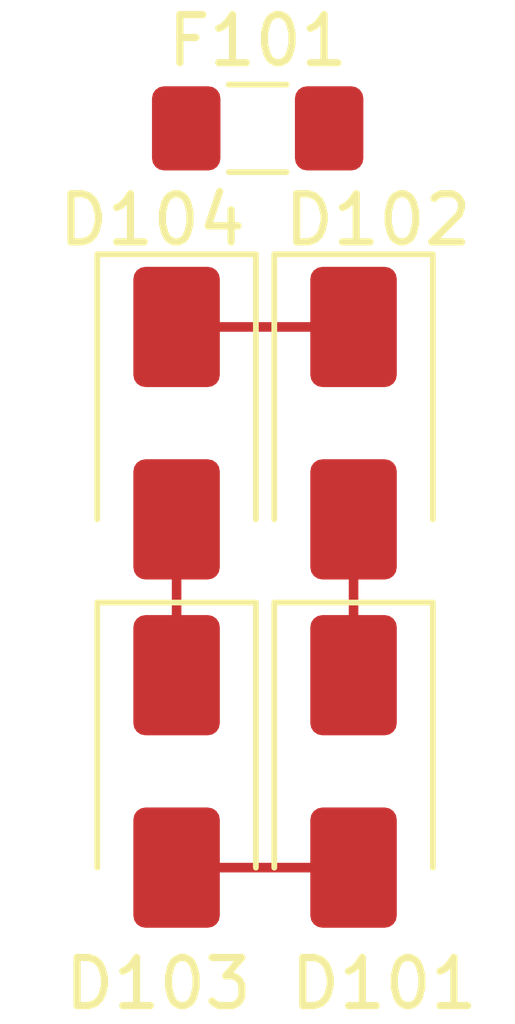
<source format=kicad_pcb>
(kicad_pcb (version 20240108) (generator "pcbnew") (generator_version "8.0")
  (layers (0 "F.Cu" signal) (31 "B.Cu" signal) (34 "B.Paste" user) (35 "F.Paste" user) (36 "B.SilkS" user "B.Silkscreen") (37 "F.SilkS" user "F.Silkscreen") (38 "B.Mask" user) (39 "F.Mask" user) (44 "Edge.Cuts" user))
  (net 0 "")
  (net 1 "/AC0")
  (net 2 "/GND")
  (net 3 "/U+")
  (net 4 "/AC1")
  (net 5 "/+U_UNFUSED")
  (footprint "Diode_SMD:D_SMA" (layer "F.Cu") (at 124.079 73.819 -90)
    (property "Reference" "D104" (at -4.223 0.508 0) (layer "F.SilkS"))
    (property "Value" "SS14")
    (fp_line (start -3.51 1.65) (end 2 1.65) (stroke (width 0.12)) (layer "F.SilkS"))
    (fp_line (start -3.51 -1.65) (end -3.51 1.65) (stroke (width 0.12)) (layer "F.SilkS"))
    (fp_line (start -3.51 -1.65) (end 2 -1.65) (stroke (width 0.12)) (layer "F.SilkS"))
    (pad "1" smd roundrect (at -2 0 270) (size 2.5 1.8) (layers "F.Cu" "F.Paste" "F.Mask") (roundrect_rratio 0.1388888889) (net 5 "/+U_UNFUSED"))
    (pad "2" smd roundrect (at 2 0 270) (size 2.5 1.8) (layers "F.Cu" "F.Paste" "F.Mask") (roundrect_rratio 0.1388888889) (net 4 "/AC1"))
  )
  (footprint "Diode_SMD:D_SMA" (layer "F.Cu") (at 124.079 81.058 -90)
    (property "Reference" "D103" (at 4.413 0.381 0) (layer "F.SilkS"))
    (property "Value" "SS14")
    (fp_line (start -3.51 1.65) (end 2 1.65) (stroke (width 0.12)) (layer "F.SilkS"))
    (fp_line (start -3.51 -1.65) (end -3.51 1.65) (stroke (width 0.12)) (layer "F.SilkS"))
    (fp_line (start -3.51 -1.65) (end 2 -1.65) (stroke (width 0.12)) (layer "F.SilkS"))
    (pad "1" smd roundrect (at -2 0 270) (size 2.5 1.8) (layers "F.Cu" "F.Paste" "F.Mask") (roundrect_rratio 0.1388888889) (net 4 "/AC1"))
    (pad "2" smd roundrect (at 2 0 270) (size 2.5 1.8) (layers "F.Cu" "F.Paste" "F.Mask") (roundrect_rratio 0.1388888889) (net 2 "/GND"))
  )
  (footprint "Diode_SMD:D_SMA" (layer "F.Cu") (at 127.762 81.058 -90)
    (property "Reference" "D101" (at 4.413 -0.635 0) (layer "F.SilkS"))
    (property "Value" "SS14")
    (fp_line (start -3.51 1.65) (end 2 1.65) (stroke (width 0.12)) (layer "F.SilkS"))
    (fp_line (start -3.51 -1.65) (end -3.51 1.65) (stroke (width 0.12)) (layer "F.SilkS"))
    (fp_line (start -3.51 -1.65) (end 2 -1.65) (stroke (width 0.12)) (layer "F.SilkS"))
    (pad "1" smd roundrect (at -2 0 270) (size 2.5 1.8) (layers "F.Cu" "F.Paste" "F.Mask") (roundrect_rratio 0.1388888889) (net 1 "/AC0"))
    (pad "2" smd roundrect (at 2 0 270) (size 2.5 1.8) (layers "F.Cu" "F.Paste" "F.Mask") (roundrect_rratio 0.1388888889) (net 2 "/GND"))
  )
  (footprint "Fuse:Fuse_1206_3216Metric_Pad1.42x1.75mm_HandSolder" (layer "F.Cu") (at 125.7665 67.691)
    (property "Reference" "F101" (at 0 -1.82 0) (layer "F.SilkS"))
    (property "Value" "SRF1206P150")
    (fp_line (start -0.602064 -0.91) (end 0.602064 -0.91) (stroke (width 0.12)) (layer "F.SilkS"))
    (fp_line (start -0.602064 0.91) (end 0.602064 0.91) (stroke (width 0.12)) (layer "F.SilkS"))
    (pad "1" smd roundrect (at -1.4875 0) (size 1.425 1.75) (layers "F.Cu" "F.Paste" "F.Mask") (roundrect_rratio 0.175439) (net 5 "/+U_UNFUSED"))
    (pad "2" smd roundrect (at 1.4875 0) (size 1.425 1.75) (layers "F.Cu" "F.Paste" "F.Mask") (roundrect_rratio 0.175439) (net 3 "/U+"))
  )
  (footprint "Diode_SMD:D_SMA" (layer "F.Cu") (at 127.762 73.819 -90)
    (property "Reference" "D102" (at -4.223 -0.508 0) (layer "F.SilkS"))
    (property "Value" "SS14")
    (fp_line (start -3.51 1.65) (end 2 1.65) (stroke (width 0.12)) (layer "F.SilkS"))
    (fp_line (start -3.51 -1.65) (end -3.51 1.65) (stroke (width 0.12)) (layer "F.SilkS"))
    (fp_line (start -3.51 -1.65) (end 2 -1.65) (stroke (width 0.12)) (layer "F.SilkS"))
    (pad "1" smd roundrect (at -2 0 270) (size 2.5 1.8) (layers "F.Cu" "F.Paste" "F.Mask") (roundrect_rratio 0.1388888889) (net 5 "/+U_UNFUSED"))
    (pad "2" smd roundrect (at 2 0 270) (size 2.5 1.8) (layers "F.Cu" "F.Paste" "F.Mask") (roundrect_rratio 0.1388888889) (net 1 "/AC0"))
  )
  (segment (start 127.762 79.058) (end 127.762 75.819) (width 0.2) (layer "F.Cu") (net 1))
  (segment (start 127.762 83.058) (end 124.079 83.058) (width 0.2) (layer "F.Cu") (net 2))
  (segment (start 124.079 79.058) (end 124.079 75.819) (width 0.2) (layer "F.Cu") (net 4))
  (segment (start 127.762 71.819) (end 124.079 71.819) (width 0.2) (layer "F.Cu") (net 5))
)
</source>
